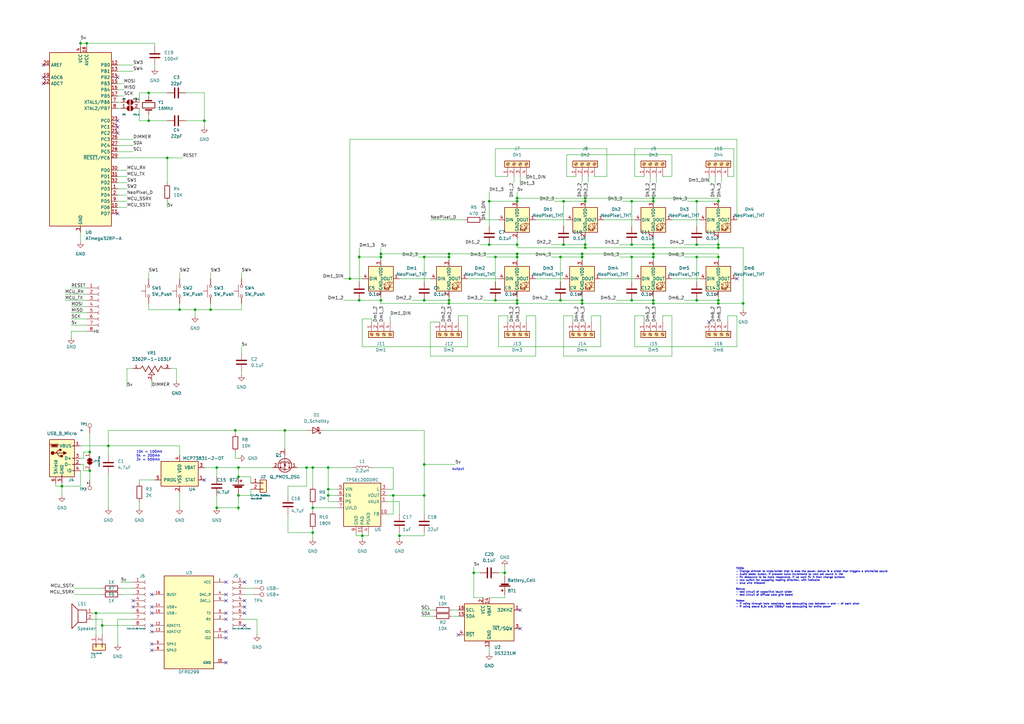
<source format=kicad_sch>
(kicad_sch (version 20250114) (generator "eeschema") (generator_version "9.0")
  (paper "A3")
  (title_block (title "JoeyFrank - Clock Circuit Template") (date "2022-12-23") (rev "5") (company "DCR"))
  (text "10k = 100mA\n5k = 200mA\n2k = 500mA" (at 55.88 189.23 0) (effects (font (size 1 1)) (justify left bottom)))
  (text "TODO: \n- Change dimmer to knob/slider that is also the power, bonus is a slider that triggers a pitchslide sound\n- Audio tester button, if pressed twice increments to next set sound in list\n- fix debounce to be more responsive, if we cant fix it then change buttons\n- new switch for swapping reading direction, with indicator \n- blue wire mistake!\n\nBonus: \n- test circuit of capacitive touch slider\n- test circuit of diffuse colo grid board\n\nNotes:\n- if using through hole neopixels, add decoupling cap between + and - of each pixel\n- if using above 6.3v add 1000uF cap decoupling for entire power" (at 301.752 249.428 0) (effects (font (size 0.75 0.75)) (justify left bottom)))
  (text "output" (at 185.42 193.04 0) (effects (font (size 1 1)) (justify left bottom)))
  (junction (at 285.75 105.41))
  (junction (at 33.02 17.78))
  (junction (at 128.27 218.44))
  (junction (at 304.8 124.46))
  (junction (at 184.15 105.41))
  (junction (at 259.08 82.55))
  (junction (at 184.15 124.46))
  (junction (at 39.37 251.46))
  (junction (at 41.91 256.54))
  (junction (at 134.62 191.77))
  (junction (at 285.75 123.19))
  (junction (at 156.21 104.14))
  (junction (at 147.32 105.41))
  (junction (at 231.14 100.33))
  (junction (at 156.21 123.19))
  (junction (at 88.9 191.77))
  (junction (at 97.79 208.28))
  (junction (at 25.4 199.39))
  (junction (at 267.97 82.55))
  (junction (at 267.97 123.19))
  (junction (at 240.03 100.33))
  (junction (at 147.32 123.19))
  (junction (at 36.83 193.04))
  (junction (at 212.09 81.28))
  (junction (at 194.31 234.95))
  (junction (at 229.87 123.19))
  (junction (at 238.76 105.41))
  (junction (at 173.99 123.19))
  (junction (at 86.36 127))
  (junction (at 128.27 191.77))
  (junction (at 212.09 82.55))
  (junction (at 267.97 104.14))
  (junction (at 212.09 124.46))
  (junction (at 207.01 234.95))
  (junction (at 88.9 208.28))
  (junction (at 134.62 203.2))
  (junction (at 73.66 127))
  (junction (at 97.79 191.77))
  (junction (at 125.73 191.77))
  (junction (at 240.03 81.28))
  (junction (at 200.66 82.55))
  (junction (at 68.58 64.77))
  (junction (at 128.27 208.28))
  (junction (at 240.03 82.55))
  (junction (at 148.59 219.71))
  (junction (at 294.64 101.6))
  (junction (at 36.83 185.42))
  (junction (at 259.08 100.33))
  (junction (at 83.82 49.53))
  (junction (at 238.76 124.46))
  (junction (at 294.64 124.46))
  (junction (at 97.79 203.2))
  (junction (at 212.09 105.41))
  (junction (at 173.99 190.5))
  (junction (at 238.76 104.14))
  (junction (at 184.15 104.14))
  (junction (at 97.79 195.58))
  (junction (at 134.62 200.66))
  (junction (at 116.84 176.53))
  (junction (at 294.64 82.55))
  (junction (at 294.64 105.41))
  (junction (at 259.08 105.41))
  (junction (at 212.09 104.14))
  (junction (at 200.66 100.33))
  (junction (at 96.52 176.53))
  (junction (at 44.45 182.88))
  (junction (at 203.2 105.41))
  (junction (at 161.29 203.2))
  (junction (at 173.99 105.41))
  (junction (at 60.96 49.53))
  (junction (at 163.83 219.71))
  (junction (at 267.97 81.28))
  (junction (at 173.99 203.2))
  (junction (at 267.97 101.6))
  (junction (at 229.87 105.41))
  (junction (at 238.76 123.19))
  (junction (at 259.08 123.19))
  (junction (at 143.51 114.3))
  (junction (at 203.2 123.19))
  (junction (at 285.75 100.33))
  (junction (at 285.75 82.55))
  (junction (at 80.01 127))
  (junction (at 212.09 123.19))
  (junction (at 35.56 17.78))
  (junction (at 267.97 124.46))
  (junction (at 231.14 82.55))
  (junction (at 294.64 100.33))
  (junction (at 267.97 100.33))
  (junction (at 184.15 123.19))
  (junction (at 212.09 100.33))
  (junction (at 60.96 38.1))
  (junction (at 267.97 105.41))
  (junction (at 240.03 101.6))
  (junction (at 156.21 105.41))
  (junction (at 294.64 123.19))
  (no_connect (at 54.61 248.92))
  (no_connect (at 187.96 260.35))
  (no_connect (at 62.23 264.16))
  (no_connect (at 62.23 266.7))
  (no_connect (at 54.61 246.38))
  (no_connect (at 92.71 246.38))
  (no_connect (at 92.71 261.62))
  (no_connect (at 48.26 49.53))
  (no_connect (at 17.78 31.75))
  (no_connect (at 302.26 114.3))
  (no_connect (at 48.26 87.63))
  (no_connect (at 62.23 251.46))
  (no_connect (at 62.23 256.54))
  (no_connect (at 48.26 52.07))
  (no_connect (at 62.23 248.92))
  (no_connect (at 48.26 54.61))
  (no_connect (at 62.23 259.08))
  (no_connect (at 100.33 246.38))
  (no_connect (at 100.33 238.76))
  (no_connect (at 92.71 271.78))
  (no_connect (at 213.36 250.19))
  (no_connect (at 83.82 196.85))
  (no_connect (at 17.78 34.29))
  (no_connect (at 100.33 248.92))
  (no_connect (at 92.71 238.76))
  (no_connect (at 62.23 243.84))
  (no_connect (at 213.36 257.81))
  (no_connect (at 100.33 256.54))
  (no_connect (at 290.83 132.08))
  (no_connect (at 92.71 251.46))
  (no_connect (at 92.71 254))
  (no_connect (at 48.26 31.75))
  (no_connect (at 100.33 251.46))
  (no_connect (at 17.78 26.67))
  (no_connect (at 92.71 259.08))
  (no_connect (at 92.71 243.84))
  (wire (pts (xy 254 105.41) (xy 259.08 105.41)))
  (wire (pts (xy 152.4 191.77) (xy 161.29 191.77)))
  (wire (pts (xy 275.59 63.5) (xy 275.59 72.39)))
  (wire (pts (xy 128.27 207.01) (xy 128.27 208.28)))
  (wire (pts (xy 105.41 254) (xy 105.41 260.35)))
  (wire (pts (xy 60.96 49.53) (xy 60.96 46.99)))
  (wire (pts (xy 269.24 72.39) (xy 269.24 74.93)))
  (wire (pts (xy 161.29 203.2) (xy 173.99 203.2)))
  (wire (pts (xy 302.26 57.15) (xy 143.51 57.15)))
  (wire (pts (xy 260.35 142.24) (xy 302.26 142.24)))
  (wire (pts (xy 191.77 114.3) (xy 204.47 114.3)))
  (wire (pts (xy 212.09 97.79) (xy 212.09 100.33)))
  (wire (pts (xy 48.26 85.09) (xy 52.07 85.09)))
  (wire (pts (xy 148.59 219.71) (xy 148.59 220.98)))
  (wire (pts (xy 247.65 90.17) (xy 260.35 90.17)))
  (wire (pts (xy 48.26 77.47) (xy 52.07 77.47)))
  (wire (pts (xy 118.11 203.2) (xy 118.11 199.39)))
  (wire (pts (xy 198.12 90.17) (xy 204.47 90.17)))
  (wire (pts (xy 73.66 127) (xy 80.01 127)))
  (wire (pts (xy 294.64 100.33) (xy 294.64 101.6)))
  (wire (pts (xy 173.99 123.19) (xy 184.15 123.19)))
  (wire (pts (xy 48.26 80.01) (xy 52.07 80.01)))
  (wire (pts (xy 271.78 129.54) (xy 271.78 132.08)))
  (wire (pts (xy 73.66 201.93) (xy 73.66 208.28)))
  (wire (pts (xy 34.29 187.96) (xy 34.29 185.42)))
  (wire (pts (xy 138.43 205.74) (xy 134.62 205.74)))
  (wire (pts (xy 234.95 129.54) (xy 231.14 129.54)))
  (wire (pts (xy 267.97 97.79) (xy 267.97 100.33)))
  (wire (pts (xy 184.15 104.14) (xy 212.09 104.14)))
  (wire (pts (xy 29.21 130.81) (xy 35.56 130.81)))
  (wire (pts (xy 238.76 124.46) (xy 267.97 124.46)))
  (wire (pts (xy 54.61 238.76) (xy 49.53 238.76)))
  (wire (pts (xy 293.37 72.39) (xy 293.37 74.93)))
  (wire (pts (xy 229.87 105.41) (xy 238.76 105.41)))
  (wire (pts (xy 204.47 234.95) (xy 207.01 234.95)))
  (wire (pts (xy 176.53 146.05) (xy 219.71 146.05)))
  (wire (pts (xy 97.79 191.77) (xy 111.76 191.77)))
  (wire (pts (xy 60.96 111.76) (xy 60.96 114.3)))
  (wire (pts (xy 147.32 101.6) (xy 147.32 105.41)))
  (wire (pts (xy 285.75 115.57) (xy 285.75 105.41)))
  (wire (pts (xy 231.14 100.33) (xy 240.03 100.33)))
  (wire (pts (xy 173.99 218.44) (xy 173.99 219.71)))
  (wire (pts (xy 267.97 121.92) (xy 267.97 123.19)))
  (wire (pts (xy 151.13 218.44) (xy 151.13 219.71)))
  (wire (pts (xy 259.08 92.71) (xy 259.08 82.55)))
  (wire (pts (xy 215.9 72.39) (xy 215.9 73.66)))
  (wire (pts (xy 285.75 100.33) (xy 294.64 100.33)))
  (wire (pts (xy 25.4 198.12) (xy 25.4 199.39)))
  (wire (pts (xy 246.38 142.24) (xy 246.38 129.54)))
  (wire (pts (xy 63.5 26.67) (xy 63.5 27.94)))
  (wire (pts (xy 140.97 123.19) (xy 147.32 123.19)))
  (wire (pts (xy 99.06 142.24) (xy 99.06 144.78)))
  (wire (pts (xy 259.08 100.33) (xy 267.97 100.33)))
  (wire (pts (xy 147.32 105.41) (xy 156.21 105.41)))
  (wire (pts (xy 48.26 62.23) (xy 54.61 62.23)))
  (wire (pts (xy 33.02 187.96) (xy 34.29 187.96)))
  (wire (pts (xy 148.59 142.24) (xy 191.77 142.24)))
  (wire (pts (xy 173.99 105.41) (xy 184.15 105.41)))
  (wire (pts (xy 173.99 115.57) (xy 173.99 105.41)))
  (wire (pts (xy 212.09 78.74) (xy 212.09 81.28)))
  (wire (pts (xy 275.59 114.3) (xy 287.02 114.3)))
  (wire (pts (xy 212.09 81.28) (xy 212.09 82.55)))
  (wire (pts (xy 200.66 92.71) (xy 200.66 82.55)))
  (wire (pts (xy 41.91 256.54) (xy 41.91 260.35)))
  (wire (pts (xy 73.66 182.88) (xy 73.66 186.69)))
  (wire (pts (xy 215.9 129.54) (xy 215.9 132.08)))
  (wire (pts (xy 57.15 49.53) (xy 60.96 49.53)))
  (wire (pts (xy 73.66 111.76) (xy 73.66 114.3)))
  (wire (pts (xy 29.21 125.73) (xy 35.56 125.73)))
  (wire (pts (xy 152.4 130.81) (xy 148.59 130.81)))
  (wire (pts (xy 161.29 200.66) (xy 158.75 200.66)))
  (wire (pts (xy 240.03 97.79) (xy 240.03 100.33)))
  (wire (pts (xy 302.26 129.54) (xy 298.45 129.54)))
  (wire (pts (xy 25.4 199.39) (xy 25.4 203.2)))
  (wire (pts (xy 152.4 132.08) (xy 152.4 130.81)))
  (wire (pts (xy 163.83 114.3) (xy 176.53 114.3)))
  (wire (pts (xy 207.01 232.41) (xy 207.01 234.95)))
  (wire (pts (xy 275.59 90.17) (xy 287.02 90.17)))
  (wire (pts (xy 33.02 17.78) (xy 35.56 17.78)))
  (wire (pts (xy 260.35 60.96) (xy 300.99 60.96)))
  (wire (pts (xy 203.2 123.19) (xy 212.09 123.19)))
  (wire (pts (xy 219.71 146.05) (xy 219.71 129.54)))
  (wire (pts (xy 161.29 210.82) (xy 161.29 203.2)))
  (wire (pts (xy 252.73 123.19) (xy 259.08 123.19)))
  (wire (pts (xy 234.95 132.08) (xy 234.95 129.54)))
  (wire (pts (xy 203.2 72.39) (xy 203.2 60.96)))
  (wire (pts (xy 294.64 106.68) (xy 294.64 105.41)))
  (wire (pts (xy 52.07 151.13) (xy 52.07 158.75)))
  (wire (pts (xy 255.27 82.55) (xy 259.08 82.55)))
  (wire (pts (xy 156.21 104.14) (xy 156.21 105.41)))
  (wire (pts (xy 134.62 191.77) (xy 144.78 191.77)))
  (wire (pts (xy 238.76 106.68) (xy 238.76 105.41)))
  (wire (pts (xy 83.82 191.77) (xy 88.9 191.77)))
  (wire (pts (xy 33.02 193.04) (xy 33.02 199.39)))
  (wire (pts (xy 204.47 142.24) (xy 246.38 142.24)))
  (wire (pts (xy 160.02 129.54) (xy 160.02 132.08)))
  (wire (pts (xy 240.03 82.55) (xy 240.03 81.28)))
  (wire (pts (xy 294.64 124.46) (xy 304.8 124.46)))
  (wire (pts (xy 60.96 124.46) (xy 60.96 127)))
  (wire (pts (xy 54.61 241.3) (xy 49.53 241.3)))
  (wire (pts (xy 238.76 72.39) (xy 238.76 74.93)))
  (wire (pts (xy 242.57 129.54) (xy 242.57 132.08)))
  (wire (pts (xy 280.67 105.41) (xy 285.75 105.41)))
  (wire (pts (xy 99.06 124.46) (xy 99.06 127)))
  (wire (pts (xy 102.87 200.66) (xy 102.87 203.2)))
  (wire (pts (xy 231.14 129.54) (xy 231.14 146.05)))
  (wire (pts (xy 194.31 234.95) (xy 196.85 234.95)))
  (wire (pts (xy 294.64 123.19) (xy 294.64 124.46)))
  (wire (pts (xy 232.41 63.5) (xy 275.59 63.5)))
  (wire (pts (xy 267.97 101.6) (xy 294.64 101.6)))
  (wire (pts (xy 116.84 176.53) (xy 125.73 176.53)))
  (wire (pts (xy 33.02 16.51) (xy 33.02 17.78)))
  (wire (pts (xy 231.14 146.05) (xy 275.59 146.05)))
  (wire (pts (xy 246.38 129.54) (xy 242.57 129.54)))
  (wire (pts (xy 300.99 72.39) (xy 298.45 72.39)))
  (wire (pts (xy 198.12 123.19) (xy 203.2 123.19)))
  (wire (pts (xy 48.26 69.85) (xy 52.07 69.85)))
  (wire (pts (xy 30.48 241.3) (xy 41.91 241.3)))
  (wire (pts (xy 173.99 190.5) (xy 173.99 203.2)))
  (wire (pts (xy 54.61 254) (xy 48.26 254)))
  (wire (pts (xy 238.76 105.41) (xy 238.76 104.14)))
  (wire (pts (xy 36.83 193.04) (xy 34.29 193.04)))
  (wire (pts (xy 48.26 74.93) (xy 52.07 74.93)))
  (wire (pts (xy 88.9 203.2) (xy 88.9 208.28)))
  (wire (pts (xy 128.27 208.28) (xy 138.43 208.28)))
  (wire (pts (xy 80.01 127) (xy 86.36 127)))
  (wire (pts (xy 219.71 114.3) (xy 231.14 114.3)))
  (wire (pts (xy 156.21 124.46) (xy 184.15 124.46)))
  (wire (pts (xy 48.26 72.39) (xy 52.07 72.39)))
  (wire (pts (xy 200.66 100.33) (xy 212.09 100.33)))
  (wire (pts (xy 238.76 104.14) (xy 267.97 104.14)))
  (wire (pts (xy 227.33 82.55) (xy 231.14 82.55)))
  (wire (pts (xy 121.92 191.77) (xy 125.73 191.77)))
  (wire (pts (xy 96.52 187.96) (xy 96.52 185.42)))
  (wire (pts (xy 33.02 182.88) (xy 44.45 182.88)))
  (wire (pts (xy 48.26 41.91) (xy 49.53 41.91)))
  (wire (pts (xy 38.1 254) (xy 41.91 254)))
  (wire (pts (xy 97.79 208.28) (xy 88.9 208.28)))
  (wire (pts (xy 96.52 176.53) (xy 44.45 176.53)))
  (wire (pts (xy 33.02 95.25) (xy 33.02 99.06)))
  (wire (pts (xy 173.99 190.5) (xy 186.69 190.5)))
  (wire (pts (xy 184.15 106.68) (xy 184.15 105.41)))
  (wire (pts (xy 280.67 100.33) (xy 285.75 100.33)))
  (wire (pts (xy 184.15 105.41) (xy 184.15 104.14)))
  (wire (pts (xy 39.37 251.46) (xy 39.37 260.35)))
  (wire (pts (xy 148.59 130.81) (xy 148.59 142.24)))
  (wire (pts (xy 97.79 191.77) (xy 88.9 191.77)))
  (wire (pts (xy 267.97 124.46) (xy 294.64 124.46)))
  (wire (pts (xy 41.91 256.54) (xy 54.61 256.54)))
  (wire (pts (xy 39.37 251.46) (xy 54.61 251.46)))
  (wire (pts (xy 180.34 132.08) (xy 176.53 132.08)))
  (wire (pts (xy 41.91 254) (xy 41.91 256.54)))
  (wire (pts (xy 300.99 60.96) (xy 300.99 72.39)))
  (wire (pts (xy 191.77 129.54) (xy 187.96 129.54)))
  (wire (pts (xy 171.45 105.41) (xy 173.99 105.41)))
  (wire (pts (xy 271.78 72.39) (xy 275.59 72.39)))
  (wire (pts (xy 212.09 100.33) (xy 212.09 101.6)))
  (wire (pts (xy 54.61 243.84) (xy 49.53 243.84)))
  (wire (pts (xy 128.27 218.44) (xy 128.27 220.98)))
  (wire (pts (xy 176.53 132.08) (xy 176.53 146.05)))
  (wire (pts (xy 143.51 114.3) (xy 148.59 114.3)))
  (wire (pts (xy 210.82 72.39) (xy 210.82 74.93)))
  (wire (pts (xy 60.96 38.1) (xy 68.58 38.1)))
  (wire (pts (xy 83.82 38.1) (xy 83.82 49.53)))
  (wire (pts (xy 134.62 205.74) (xy 134.62 203.2)))
  (wire (pts (xy 156.21 121.92) (xy 156.21 123.19)))
  (wire (pts (xy 229.87 115.57) (xy 229.87 105.41)))
  (wire (pts (xy 128.27 191.77) (xy 128.27 199.39)))
  (wire (pts (xy 267.97 105.41) (xy 267.97 104.14)))
  (wire (pts (xy 97.79 191.77) (xy 97.79 195.58)))
  (wire (pts (xy 294.64 105.41) (xy 294.64 104.14)))
  (wire (pts (xy 128.27 217.17) (xy 128.27 218.44)))
  (wire (pts (xy 290.83 72.39) (xy 290.83 74.93)))
  (wire (pts (xy 57.15 196.85) (xy 57.15 198.12)))
  (wire (pts (xy 213.36 72.39) (xy 213.36 76.2)))
  (wire (pts (xy 298.45 129.54) (xy 298.45 132.08)))
  (wire (pts (xy 99.06 152.4) (xy 99.06 153.67)))
  (wire (pts (xy 212.09 121.92) (xy 212.09 123.19)))
  (wire (pts (xy 34.29 190.5) (xy 33.02 190.5)))
  (wire (pts (xy 96.52 176.53) (xy 96.52 177.8)))
  (wire (pts (xy 35.56 17.78) (xy 63.5 17.78)))
  (wire (pts (xy 73.66 124.46) (xy 73.66 127)))
  (wire (pts (xy 275.59 146.05) (xy 275.59 129.54)))
  (wire (pts (xy 203.2 105.41) (xy 212.09 105.41)))
  (wire (pts (xy 172.72 250.19) (xy 177.8 250.19)))
  (wire (pts (xy 264.16 129.54) (xy 260.35 129.54)))
  (wire (pts (xy 72.39 151.13) (xy 72.39 156.21)))
  (wire (pts (xy 224.79 123.19) (xy 229.87 123.19)))
  (wire (pts (xy 143.51 57.15) (xy 143.51 114.3)))
  (wire (pts (xy 212.09 123.19) (xy 212.09 124.46)))
  (wire (pts (xy 185.42 252.73) (xy 187.96 252.73)))
  (wire (pts (xy 48.26 44.45) (xy 49.53 44.45)))
  (wire (pts (xy 168.91 123.19) (xy 173.99 123.19)))
  (wire (pts (xy 48.26 36.83) (xy 50.8 36.83)))
  (wire (pts (xy 163.83 219.71) (xy 163.83 220.98)))
  (wire (pts (xy 259.08 105.41) (xy 267.97 105.41)))
  (wire (pts (xy 134.62 203.2) (xy 138.43 203.2)))
  (wire (pts (xy 102.87 203.2) (xy 97.79 203.2)))
  (wire (pts (xy 259.08 82.55) (xy 267.97 82.55)))
  (wire (pts (xy 99.06 111.76) (xy 99.06 114.3)))
  (wire (pts (xy 267.97 123.19) (xy 267.97 124.46)))
  (wire (pts (xy 248.92 60.96) (xy 248.92 72.39)))
  (wire (pts (xy 212.09 105.41) (xy 212.09 106.68)))
  (wire (pts (xy 200.66 82.55) (xy 212.09 82.55)))
  (wire (pts (xy 280.67 123.19) (xy 285.75 123.19)))
  (wire (pts (xy 44.45 182.88) (xy 44.45 186.69)))
  (wire (pts (xy 83.82 49.53) (xy 83.82 52.07)))
  (wire (pts (xy 86.36 111.76) (xy 86.36 114.3)))
  (wire (pts (xy 35.56 19.05) (xy 35.56 17.78)))
  (wire (pts (xy 199.39 105.41) (xy 203.2 105.41)))
  (wire (pts (xy 60.96 39.37) (xy 60.96 38.1)))
  (wire (pts (xy 116.84 184.15) (xy 116.84 176.53)))
  (wire (pts (xy 259.08 115.57) (xy 259.08 105.41)))
  (wire (pts (xy 184.15 123.19) (xy 184.15 124.46)))
  (wire (pts (xy 173.99 203.2) (xy 173.99 210.82)))
  (wire (pts (xy 33.02 17.78) (xy 33.02 19.05)))
  (wire (pts (xy 194.31 234.95) (xy 194.31 245.11)))
  (wire (pts (xy 275.59 129.54) (xy 271.78 129.54)))
  (wire (pts (xy 57.15 41.91) (xy 57.15 38.1)))
  (wire (pts (xy 184.15 121.92) (xy 184.15 123.19)))
  (wire (pts (xy 240.03 101.6) (xy 267.97 101.6)))
  (wire (pts (xy 285.75 92.71) (xy 285.75 82.55)))
  (wire (pts (xy 208.28 72.39) (xy 203.2 72.39)))
  (wire (pts (xy 128.27 191.77) (xy 134.62 191.77)))
  (wire (pts (xy 281.94 82.55) (xy 285.75 82.55)))
  (wire (pts (xy 302.26 90.17) (xy 302.26 57.15)))
  (wire (pts (xy 48.26 82.55) (xy 52.07 82.55)))
  (wire (pts (xy 212.09 104.14) (xy 238.76 104.14)))
  (wire (pts (xy 267.97 81.28) (xy 240.03 81.28)))
  (wire (pts (xy 208.28 132.08) (xy 208.28 129.54)))
  (wire (pts (xy 194.31 232.41) (xy 194.31 234.95)))
  (wire (pts (xy 34.29 193.04) (xy 34.29 190.5)))
  (wire (pts (xy 185.42 250.19) (xy 187.96 250.19)))
  (wire (pts (xy 267.97 100.33) (xy 267.97 101.6)))
  (wire (pts (xy 232.41 72.39) (xy 232.41 63.5)))
  (wire (pts (xy 176.53 90.17) (xy 190.5 90.17)))
  (wire (pts (xy 60.96 49.53) (xy 68.58 49.53)))
  (wire (pts (xy 80.01 127) (xy 80.01 129.54)))
  (wire (pts (xy 44.45 194.31) (xy 44.45 208.28)))
  (wire (pts (xy 240.03 81.28) (xy 212.09 81.28)))
  (wire (pts (xy 243.84 72.39) (xy 248.92 72.39)))
  (wire (pts (xy 163.83 218.44) (xy 163.83 219.71)))
  (wire (pts (xy 44.45 182.88) (xy 73.66 182.88)))
  (wire (pts (xy 156.21 101.6) (xy 156.21 104.14)))
  (wire (pts (xy 29.21 135.89) (xy 29.21 138.43)))
  (wire (pts (xy 125.73 199.39) (xy 125.73 191.77)))
  (wire (pts (xy 226.06 105.41) (xy 229.87 105.41)))
  (wire (pts (xy 294.64 81.28) (xy 267.97 81.28)))
  (wire (pts (xy 240.03 100.33) (xy 240.03 101.6)))
  (wire (pts (xy 158.75 203.2) (xy 161.29 203.2)))
  (wire (pts (xy 134.62 203.2) (xy 134.62 200.66)))
  (wire (pts (xy 241.3 72.39) (xy 241.3 74.93)))
  (wire (pts (xy 184.15 104.14) (xy 156.21 104.14)))
  (wire (pts (xy 36.83 177.8) (xy 36.83 185.42)))
  (wire (pts (xy 184.15 124.46) (xy 212.09 124.46)))
  (wire (pts (xy 285.75 82.55) (xy 294.64 82.55)))
  (wire (pts (xy 238.76 121.92) (xy 238.76 123.19)))
  (wire (pts (xy 212.09 104.14) (xy 212.09 105.41)))
  (wire (pts (xy 36.83 193.04) (xy 36.83 196.85)))
  (wire (pts (xy 48.26 254) (xy 48.26 264.16)))
  (wire (pts (xy 294.64 101.6) (xy 304.8 101.6)))
  (wire (pts (xy 57.15 205.74) (xy 57.15 208.28)))
  (wire (pts (xy 68.58 82.55) (xy 68.58 85.09)))
  (wire (pts (xy 97.79 208.28) (xy 97.79 209.55)))
  (wire (pts (xy 86.36 127) (xy 99.06 127)))
  (wire (pts (xy 69.85 151.13) (xy 72.39 151.13)))
  (wire (pts (xy 44.45 176.53) (xy 44.45 182.88)))
  (wire (pts (xy 254 100.33) (xy 259.08 100.33)))
  (wire (pts (xy 48.26 64.77) (xy 68.58 64.77)))
  (wire (pts (xy 86.36 127) (xy 86.36 124.46)))
  (wire (pts (xy 260.35 72.39) (xy 260.35 60.96)))
  (wire (pts (xy 304.8 101.6) (xy 304.8 124.46)))
  (wire (pts (xy 187.96 129.54) (xy 187.96 132.08)))
  (wire (pts (xy 294.64 82.55) (xy 294.64 81.28)))
  (wire (pts (xy 200.66 265.43) (xy 200.66 267.97)))
  (wire (pts (xy 147.32 115.57) (xy 147.32 105.41)))
  (wire (pts (xy 29.21 128.27) (xy 35.56 128.27)))
  (wire (pts (xy 158.75 210.82) (xy 161.29 210.82)))
  (wire (pts (xy 163.83 210.82) (xy 163.83 205.74)))
  (wire (pts (xy 38.1 251.46) (xy 39.37 251.46)))
  (wire (pts (xy 146.05 219.71) (xy 146.05 218.44)))
  (wire (pts (xy 226.06 100.33) (xy 231.14 100.33)))
  (wire (pts (xy 231.14 92.71) (xy 231.14 82.55)))
  (wire (pts (xy 57.15 38.1) (xy 60.96 38.1)))
  (wire (pts (xy 295.91 72.39) (xy 295.91 74.93)))
  (wire (pts (xy 76.2 49.53) (xy 83.82 49.53)))
  (wire (pts (xy 102.87 198.12) (xy 102.87 195.58)))
  (wire (pts (xy 219.71 90.17) (xy 232.41 90.17)))
  (wire (pts (xy 48.26 29.21) (xy 54.61 29.21)))
  (wire (pts (xy 163.83 205.74) (xy 158.75 205.74)))
  (wire (pts (xy 260.35 129.54) (xy 260.35 142.24)))
  (wire (pts (xy 35.56 135.89) (xy 29.21 135.89)))
  (wire (pts (xy 118.11 218.44) (xy 128.27 218.44)))
  (wire (pts (xy 229.87 123.19) (xy 238.76 123.19)))
  (wire (pts (xy 294.64 97.79) (xy 294.64 100.33)))
  (wire (pts (xy 118.11 199.39) (xy 125.73 199.39)))
  (wire (pts (xy 267.97 82.55) (xy 267.97 81.28)))
  (wire (pts (xy 48.26 59.69) (xy 54.61 59.69)))
  (wire (pts (xy 22.86 199.39) (xy 25.4 199.39)))
  (wire (pts (xy 231.14 82.55) (xy 240.03 82.55)))
  (wire (pts (xy 133.35 176.53) (xy 173.99 176.53)))
  (wire (pts (xy 26.67 120.65) (xy 35.56 120.65)))
  (wire (pts (xy 172.72 252.73) (xy 177.8 252.73)))
  (wire (pts (xy 285.75 123.19) (xy 294.64 123.19)))
  (wire (pts (xy 29.21 118.11) (xy 35.56 118.11)))
  (wire (pts (xy 30.48 243.84) (xy 41.91 243.84)))
  (wire (pts (xy 48.26 57.15) (xy 54.61 57.15)))
  (wire (pts (xy 97.79 187.96) (xy 96.52 187.96)))
  (wire (pts (xy 294.64 104.14) (xy 267.97 104.14)))
  (wire (pts (xy 238.76 123.19) (xy 238.76 124.46)))
  (wire (pts (xy 100.33 243.84) (xy 104.14 243.84)))
  (wire (pts (xy 212.09 101.6) (xy 240.03 101.6)))
  (wire (pts (xy 219.71 129.54) (xy 215.9 129.54)))
  (wire (pts (xy 118.11 210.82) (xy 118.11 218.44)))
  (wire (pts (xy 156.21 105.41) (xy 156.21 106.68)))
  (wire (pts (xy 97.79 203.2) (xy 97.79 208.28)))
  (wire (pts (xy 125.73 191.77) (xy 128.27 191.77)))
  (wire (pts (xy 294.64 121.92) (xy 294.64 123.19)))
  (wire (pts (xy 203.2 60.96) (xy 248.92 60.96)))
  (wire (pts (xy 134.62 200.66) (xy 134.62 191.77)))
  (wire (pts (xy 33.02 199.39) (xy 25.4 199.39)))
  (wire (pts (xy 134.62 200.66) (xy 138.43 200.66)))
  (wire (pts (xy 147.32 123.19) (xy 156.21 123.19)))
  (wire (pts (xy 62.23 156.21) (xy 62.23 158.75)))
  (wire (pts (xy 48.26 26.67) (xy 54.61 26.67)))
  (wire (pts (xy 207.01 243.84) (xy 207.01 245.11)))
  (wire (pts (xy 161.29 191.77) (xy 161.29 200.66)))
  (wire (pts (xy 26.67 123.19) (xy 35.56 123.19)))
  (wire (pts (xy 236.22 72.39) (xy 232.41 72.39)))
  (wire (pts (xy 102.87 195.58) (xy 97.79 195.58)))
  (wire (pts (xy 302.26 142.24) (xy 302.26 129.54)))
  (wire (pts (xy 259.08 123.19) (xy 267.97 123.19)))
  (wire (pts (xy 246.38 114.3) (xy 260.35 114.3)))
  (wire (pts (xy 63.5 196.85) (xy 57.15 196.85)))
  (wire (pts (xy 264.16 72.39) (xy 260.35 72.39)))
  (wire (pts (xy 200.66 78.74) (xy 200.66 82.55)))
  (wire (pts (xy 140.97 114.3) (xy 143.51 114.3)))
  (wire (pts (xy 266.7 72.39) (xy 266.7 74.93)))
  (wire (pts (xy 100.33 254) (xy 105.41 254)))
  (wire (pts (xy 285.75 105.41) (xy 294.64 105.41)))
  (wire (pts (xy 173.99 219.71) (xy 163.83 219.71)))
  (wire (pts (xy 196.85 100.33) (xy 200.66 100.33)))
  (wire (pts (xy 203.2 115.57) (xy 203.2 105.41)))
  (wire (pts (xy 204.47 129.54) (xy 204.47 142.24)))
  (wire (pts (xy 57.15 44.45) (xy 57.15 49.53)))
  (wire (pts (xy 148.59 219.71) (xy 146.05 219.71)))
  (wire (pts (xy 207.01 234.95) (xy 207.01 236.22)))
  (wire (pts (xy 88.9 191.77) (xy 88.9 195.58)))
  (wire (pts (xy 304.8 124.46) (xy 304.8 127)))
  (wire (pts (xy 68.58 64.77) (xy 68.58 74.93)))
  (wire (pts (xy 151.13 219.71) (xy 148.59 219.71)))
  (wire (pts (xy 29.21 133.35) (xy 35.56 133.35)))
  (wire (pts (xy 48.26 34.29) (xy 50.8 34.29)))
  (wire (pts (xy 156.21 123.19) (xy 156.21 124.46)))
  (wire (pts (xy 148.59 218.44) (xy 148.59 219.71)))
  (wire (pts (xy 54.61 151.13) (xy 52.07 151.13)))
  (wire (pts (xy 208.28 129.54) (xy 204.47 129.54)))
  (wire (pts (xy 60.96 127) (xy 73.66 127)))
  (wire (pts (xy 173.99 176.53) (xy 173.99 190.5)))
  (wire (pts (xy 207.01 245.11) (xy 200.66 245.11)))
  (wire (pts (xy 264.16 132.08) (xy 264.16 129.54)))
  (wire (pts (xy 191.77 142.24) (xy 191.77 129.54)))
  (wire (pts (xy 63.5 17.78) (xy 63.5 19.05)))
  (wire (pts (xy 198.12 245.11) (xy 194.31 245.11)))
  (wire (pts (xy 267.97 106.68) (xy 267.97 105.41)))
  (wire (pts (xy 212.09 124.46) (xy 238.76 124.46)))
  (wire (pts (xy 116.84 176.53) (xy 96.52 176.53)))
  (wire (pts (xy 100.33 241.3) (xy 104.14 241.3)))
  (wire (pts (xy 68.58 64.77) (xy 74.93 64.77)))
  (wire (pts (xy 76.2 38.1) (xy 83.82 38.1)))
  (wire (pts (xy 22.86 198.12) (xy 22.86 199.39)))
  (wire (pts (xy 128.27 208.28) (xy 128.27 209.55)))
  (wire (pts (xy 34.29 185.42) (xy 36.83 185.42)))
  (wire (pts (xy 48.26 39.37) (xy 50.8 39.37)))
  (label "Dm4_2" (at 237.49 132.08 90))
  (label "MCU_SSRX" (at 30.48 243.84 180))
  (label "Dm5_3" (at 254 105.41 180))
  (label "Dm1_DIN" (at 160.02 129.54 0))
  (label "SW4" (at 54.61 29.21 0))
  (label "MISO" (at 29.21 128.27 0))
  (label "SDA" (at 172.72 252.73 0))
  (label "Dm4_3" (at 226.06 105.41 180))
  (label "RESET" (at 29.21 118.11 0))
  (label "MISO" (at 50.8 36.83 0))
  (label "Dh3_3" (at 255.27 82.55 180))
  (label "Dm6_3" (at 280.67 105.41 180))
  (label "Dm3_2" (at 210.82 132.08 90))
  (label "Dh1_3" (at 213.36 76.2 0))
  (label "Dh4_3" (at 295.91 74.93 270))
  (label "Dm1_DIN" (at 290.83 74.93 180))
  (label "Dm4_3" (at 240.03 132.08 90))
  (label "Dh2_2" (at 238.76 74.93 270))
  (label "Dm4_2" (at 224.79 123.19 180))
  (label "MCU_SSTX" (at 30.48 241.3 180))
  (label "SW2" (at 52.07 77.47 0))
  (label "SCK" (at 29.21 130.81 0))
  (label "SW4" (at 99.06 111.76 0))
  (label "SW3" (at 54.61 26.67 0))
  (label "SCL" (at 54.61 62.23 0))
  (label "MCU_SSTX" (at 52.07 85.09 0))
  (label "5v" (at 33.02 16.51 0))
  (label "MOSI" (at 29.21 125.73 0))
  (label "Dh1_2" (at 196.85 100.33 180))
  (label "5v" (at 194.31 232.41 0))
  (label "SW3" (at 86.36 111.76 0))
  (label "MOSI" (at 50.8 34.29 0))
  (label "5v" (at 156.21 101.6 0))
  (label "Dh3_3" (at 269.24 74.93 270))
  (label "Dh2_3" (at 227.33 82.55 180))
  (label "5v" (at 52.07 158.75 0))
  (label "5v" (at 212.09 78.74 0))
  (label "Dm2_3" (at 171.45 105.41 180))
  (label "Dm1_3" (at 157.48 132.08 90))
  (label "Dm1_DIN" (at 140.97 114.3 180))
  (label "DIMMER" (at 54.61 57.15 0))
  (label "Dh4_3" (at 281.94 82.55 180))
  (label "Dh1_2" (at 210.82 74.93 270))
  (label "Dm3_3" (at 199.39 105.41 180))
  (label "MCU_TX" (at 52.07 72.39 0))
  (label "Dm6_2" (at 293.37 132.08 90))
  (label "Dm2_2" (at 182.88 132.08 90))
  (label "Dm2_2" (at 168.91 123.19 180))
  (label "RESET" (at 74.93 64.77 0))
  (label "MCU_RX" (at 52.07 69.85 0))
  (label "Dm3_3" (at 213.36 132.08 90))
  (label "Dh1_DIN" (at 199.39 90.17 90))
  (label "Dm5_2" (at 266.7 132.08 90))
  (label "NeoPixel_D" (at 176.53 90.17 0))
  (label "NeoPixel_D" (at 52.07 80.01 0))
  (label "MCU_TX" (at 26.67 123.19 0))
  (label "Dm2_3" (at 185.42 132.08 90))
  (label "5v" (at 99.06 142.24 0))
  (label "Dh2_2" (at 226.06 100.33 180))
  (label "SCL" (at 172.72 250.19 0))
  (label "Dh2_3" (at 241.3 74.93 270))
  (label "SW2" (at 73.66 111.76 0))
  (label "MCU_SSRX" (at 52.07 82.55 0))
  (label "Dm5_3" (at 269.24 132.08 90))
  (label "Dh1_3" (at 200.66 78.74 0))
  (label "5v" (at 68.58 85.09 0))
  (label "Dh3_2" (at 254 100.33 180))
  (label "5v" (at 49.53 238.76 0))
  (label "Dm5_2" (at 252.73 123.19 180))
  (label "Dh4_2" (at 293.37 74.93 270))
  (label "SW1" (at 60.96 111.76 0))
  (label "Dh4_2" (at 280.67 100.33 180))
  (label "5v" (at 186.69 190.5 0))
  (label "SDA" (at 54.61 59.69 0))
  (label "MCU_RX" (at 26.67 120.65 0))
  (label "Dm1_2" (at 154.94 132.08 90))
  (label "Dh3_2" (at 266.7 74.93 270))
  (label "Dm1_3" (at 147.32 101.6 0))
  (label "SCK" (at 50.8 39.37 0))
  (label "Dm6_3" (at 295.91 132.08 90))
  (label "Dh1_DIN" (at 215.9 73.66 0))
  (label "Dm1_2" (at 140.97 123.19 180))
  (label "Dm3_2" (at 198.12 123.19 180))
  (label "DIMMER" (at 62.23 158.75 0))
  (label "Dm6_2" (at 280.67 123.19 180))
  (label "SW1" (at 52.07 74.93 0))
  (label "5v" (at 29.21 133.35 0))
  (symbol (lib_id "Switch:SW_Push") (at 86.36 119.38 90) (unit 1)
    (property "Reference" "SW3" (at 87.63 118.1099 90) (effects (justify right)))
    (property "Value" "SW_Push" (at 87.63 120.6499 90) (effects (justify right)))
    (property "Footprint" "Button_Switch_THT:SW_PUSH_6mm_H5mm" (effects (hide yes)))
  )
  (symbol (lib_id "Connector:Screw_Terminal_01x04") (at 237.49 137.16 90) (mirror x) (unit 1)
    (property "Reference" "J14" (at 238.76 140.97 90))
    (property "Value" "Dm4" (at 238.76 143.51 90))
    (property "Description" "Generic screw terminal, single row, 01x04, script generated (kicad-library-utils/schlib/autogen/connector/)" (effects (hide yes)))
  )
  (symbol (lib_id "Connector_Generic:Conn_01x02") (at 39.37 265.43 90) (mirror x) (unit 1)
    (property "Reference" "J3" (at 39.37 269.24 90) (effects (justify left)))
    (property "Value" "Conn_01x02" (at 41.91 267.97 90) (effects (font (size 0.5 0.5)) (justify left)))
    (property "Footprint" "TestPoint:TestPoint_2Pads_Pitch2.54mm_Drill0.8mm" (effects (hide yes)))
  )
  (symbol (lib_id "Connector:TestPoint") (at 36.83 177.8 0) (unit 1)
    (property "Reference" "TP1" (at 33.02 173.99 0) (effects (font (size 1 1)) (justify left)))
    (property "Value" "D+" (at 33.02 176.53 0) (effects (font (size 0.5 0.5)) (justify left)))
    (property "Footprint" "TestPoint:TestPoint_THTPad_2.5x2.5mm_Drill1.2mm" (effects (hide yes)))
  )
  (symbol (lib_id "Connector:Screw_Terminal_01x04") (at 266.7 67.31 90) (unit 1)
    (property "Reference" "J9" (at 267.97 60.96 90))
    (property "Value" "Dh3" (at 267.97 63.5 90))
    (property "Description" "Generic screw terminal, single row, 01x04, script generated (kicad-library-utils/schlib/autogen/connector/)" (effects (hide yes)))
  )
  (symbol (lib_id "Device:R") (at 128.27 203.2 0) (unit 1)
    (property "Reference" "R9" (at 130.81 201.9299 0) (effects (justify left)))
    (property "Value" "2M" (at 130.81 204.4699 0) (effects (justify left)))
    (property "Footprint" "Resistor_SMD:R_0805_2012Metric" (effects (hide yes)))
  )
  (symbol (lib_id "Connector:USB_B_Micro") (at 25.4 187.96 0) (unit 1)
    (property "Reference" "J4" (at 29.21 196.85 0))
    (property "Value" "USB_B_Micro" (at 25.4 177.8 0))
    (property "Footprint" "Connector_USB:USB_Micro-B_Molex-105017-0001" (effects (hide yes)))
  )
  (symbol (lib_id "Battery_Management:MCP73831-2-OT") (at 73.66 194.31 0) (unit 1)
    (property "Reference" "U4" (at 77.47 200.66 0) (effects (justify left)))
    (property "Value" "MCP73831-2-OT" (at 74.93 187.96 0) (effects (justify left)))
    (property "Footprint" "Package_TO_SOT_SMD:SOT-23-5" (effects (hide yes)))
    (property "Datasheet" "http://ww1.microchip.com/downloads/en/DeviceDoc/20001984g.pdf" (effects (hide yes)))
  )
  (symbol (lib_id "Device:C") (at 285.75 119.38 0) (unit 1)
    (property "Reference" "C14" (at 289.56 118.1099 0) (effects (justify left)))
    (property "Value" "0.1uF" (at 289.56 120.6499 0) (effects (justify left)))
    (property "Footprint" "Capacitor_SMD:C_0805_2012Metric" (effects (hide yes)))
  )
  (symbol (lib_id "3362P:3362P-1-103LF") (at 62.23 151.13 0) (unit 1)
    (property "Reference" "VR1" (at 62.23 144.78 0))
    (property "Value" "3362P-1-103LF" (at 62.23 147.32 0))
    (property "Footprint" "_Parts:TRIM_3362P-1-103LF" (effects (hide yes)))
    (property "MF" "Bourns" (effects (hide yes)))
    (property "DESCRIPTION" "10 kOhms 0.5W, 1/2W PC Pins Through Hole Trimmer Potentiometer Cermet 1.0 Turn Top Adjustment" (effects (hide yes)))
    (property "PACKAGE" "3362P-1 Bourns Inc." (effects (hide yes)))
    (property "PRICE" "None" (effects (hide yes)))
    (property "Package" "3362P-1 Bourns Inc." (effects (hide yes)))
    (property "Check_prices" "https://www.snapeda.com/parts/3362P-1-103LF/Bourns/view-part/?ref=eda" (effects (hide yes)))
    (property "SnapEDA_Link" "https://www.snapeda.com/parts/3362P-1-103LF/Bourns/view-part/?ref=snap" (effects (hide yes)))
    (property "MP" "3362P-1-103LF" (effects (hide yes)))
    (property "RS_Components_70153603_Purchase_URL" "https://www.snapeda.com/api/url_track_click/https%253A//us.rs-online.com/product/bourns/3362p-1-103lf/70153603/%253Futm_source%253DSnapEDA%2526utm_medium%253Dpart_sourcing%2526utm_campaign%253Dpartsourcing_SnapEDA_IMP_EX_GR/?unipart_id=13764&manufacturer=Bourns&part_name=3362P-1-103LF&search_term=3362p-1-103" (effects (hide yes)))
    (property "Description" "\nTrimmer, Cermet, Rest 10 Kilohms, PCB, 1 Turns, Pwr-Rtg 0.5 W, Tol 10% | Bourns 3362P-1-103LF\n" (effects (hide yes)))
    (property "AVAILABILITY" "In Stock" (effects (hide yes)))
    (property "PURCHASE-URL" "https://pricing.snapeda.com/search/part/3362P-1-103LF/?ref=eda" (effects (hide yes)))
  )
  (symbol (lib_id "LED:NeoPixel_THT") (at 184.15 114.3 0) (unit 1)
    (property "Reference" "Dm2" (at 196.85 109.9693 0))
    (property "Value" "NeoPixel_THT" (at 196.85 112.5093 0))
    (property "Footprint" "LED_THT:LED_D5.0mm-4_RGB" (effects (hide yes)))
    (property "Datasheet" "https://www.adafruit.com/product/1938" (effects (hide yes)))
  )
  (symbol (lib_id "Device:R") (at 45.72 243.84 270) (mirror x) (unit 1)
    (property "Reference" "R6" (at 45.72 243.84 90))
    (property "Value" "1K" (at 45.72 246.38 90))
    (property "Footprint" "Resistor_SMD:R_0805_2012Metric" (effects (hide yes)))
  )
  (symbol (lib_id "power:GND") (at 97.79 187.96 90) (unit 1)
    (property "Reference" "#PWR016" (effects (hide yes)))
    (property "Value" "GND" (at 101.6 187.9599 90) (effects (justify right)))
  )
  (symbol (lib_id "Device:C") (at 285.75 96.52 0) (unit 1)
    (property "Reference" "C13" (at 289.56 95.2499 0) (effects (justify left)))
    (property "Value" "0.1uF" (at 289.56 97.7899 0) (effects (justify left)))
    (property "Footprint" "Capacitor_SMD:C_0805_2012Metric" (effects (hide yes)))
  )
  (symbol (lib_id "power:GND") (at 163.83 220.98 0) (unit 1)
    (property "Reference" "#PWR019" (effects (hide yes)))
    (property "Value" "GND" (at 163.83 226.06 0))
  )
  (symbol (lib_id "Switch:SW_Push") (at 73.66 119.38 90) (unit 1)
    (property "Reference" "SW2" (at 74.93 118.1099 90) (effects (justify right)))
    (property "Value" "SW_Push" (at 74.93 120.6499 90) (effects (justify right)))
    (property "Footprint" "Button_Switch_THT:SW_PUSH_6mm_H5mm" (effects (hide yes)))
  )
  (symbol (lib_id "Device:R") (at 181.61 250.19 90) (unit 1)
    (property "Reference" "R1" (at 181.61 245.11 90))
    (property "Value" "10K" (at 181.61 247.65 90))
    (property "Footprint" "Resistor_SMD:R_0805_2012Metric" (effects (hide yes)))
  )
  (symbol (lib_id "power:GND") (at 88.9 208.28 0) (unit 1)
    (property "Reference" "#PWR015" (effects (hide yes)))
    (property "Value" "GND" (at 88.9 213.36 0))
  )
  (symbol (lib_id "Device:C") (at 231.14 96.52 0) (unit 1)
    (property "Reference" "C10" (at 234.95 95.2499 0) (effects (justify left)))
    (property "Value" "0.1uF" (at 234.95 97.7899 0) (effects (justify left)))
    (property "Footprint" "Capacitor_SMD:C_0805_2012Metric" (effects (hide yes)))
  )
  (symbol (lib_id "LED:NeoPixel_THT") (at 156.21 114.3 0) (unit 1)
    (property "Reference" "Dm1" (at 168.91 109.9693 0))
    (property "Value" "NeoPixel_THT" (at 168.91 112.5093 0))
    (property "Footprint" "LED_THT:LED_D5.0mm-4_RGB" (effects (hide yes)))
    (property "Datasheet" "https://www.adafruit.com/product/1938" (effects (hide yes)))
  )
  (symbol (lib_id "LED:NeoPixel_THT") (at 267.97 90.17 0) (unit 1)
    (property "Reference" "Dh3" (at 280.67 85.8393 0))
    (property "Value" "NeoPixel_THT" (at 280.67 88.3793 0))
    (property "Footprint" "LED_THT:LED_D5.0mm-4_RGB" (effects (hide yes)))
    (property "Datasheet" "https://www.adafruit.com/product/1938" (effects (hide yes)))
  )
  (symbol (lib_id "Connector:Screw_Terminal_01x04") (at 266.7 137.16 90) (mirror x) (unit 1)
    (property "Reference" "J15" (at 267.97 140.97 90))
    (property "Value" "Dm5" (at 267.97 143.51 90))
    (property "Description" "Generic screw terminal, single row, 01x04, script generated (kicad-library-utils/schlib/autogen/connector/)" (effects (hide yes)))
  )
  (symbol (lib_id "Connector_Generic:Conn_01x02") (at 107.95 198.12 0) (unit 1)
    (property "Reference" "J2" (at 106.68 195.58 0) (effects (justify left)))
    (property "Value" "Conn_01x02" (at 102.87 204.47 0) (effects (font (size 0.5 0.5)) (justify left)))
    (property "Footprint" "Connector_JST:JST_PH_S2B-PH-K_1x02_P2.00mm_Horizontal" (effects (hide yes)))
  )
  (symbol (lib_id "Device:C") (at 200.66 96.52 0) (unit 1)
    (property "Reference" "C7" (at 204.47 95.2499 0) (effects (justify left)))
    (property "Value" "0.1uF" (at 204.47 97.7899 0) (effects (justify left)))
    (property "Footprint" "Capacitor_SMD:C_0805_2012Metric" (effects (hide yes)))
  )
  (symbol (lib_id "Connector:Conn_01x08_Female") (at 59.69 246.38 0) (unit 1)
    (property "Reference" "J6" (at 57.15 236.22 0) (effects (justify left)))
    (property "Value" "Conn_01x08_Female" (at 52.07 257.81 0) (effects (font (size 0.5 0.5)) (justify left)))
    (property "Footprint" "Connector_PinHeader_2.54mm:PinHeader_1x08_P2.54mm_Vertical" (effects (hide yes)))
  )
  (symbol (lib_id "Device:R") (at 45.72 241.3 270) (mirror x) (unit 1)
    (property "Reference" "R7" (at 45.72 241.3 90))
    (property "Value" "1K" (at 45.72 238.76 90))
    (property "Footprint" "Resistor_SMD:R_0805_2012Metric" (effects (hide yes)))
  )
  (symbol (lib_id "Jumper:SolderJumper_2_Bridged") (at 36.83 189.23 270) (unit 1)
    (property "Reference" "JP1" (at 39.37 189.23 90) (effects (font (size 1 1))))
    (property "Value" "Data_Bridge" (at 40.64 189.23 0) (effects (font (size 0.5 0.5))))
    (property "Footprint" "Jumper:SolderJumper-2_P1.3mm_Bridged_Pad1.0x1.5mm" (effects (hide yes)))
  )
  (symbol (lib_id "Switch:SW_Push") (at 60.96 119.38 90) (unit 1)
    (property "Reference" "SW1" (at 62.23 118.1099 90) (effects (justify right)))
    (property "Value" "SW_Push" (at 62.23 120.6499 90) (effects (justify right)))
    (property "Footprint" "Button_Switch_THT:SW_PUSH_6mm_H5mm" (effects (hide yes)))
  )
  (symbol (lib_id "Device:C") (at 99.06 148.59 0) (unit 1)
    (property "Reference" "C2" (at 102.87 147.3199 0) (effects (justify left)))
    (property "Value" "0.1uF" (at 102.87 149.8599 0) (effects (justify left)))
    (property "Footprint" "Capacitor_SMD:C_0805_2012Metric" (effects (hide yes)))
  )
  (symbol (lib_id "power:GND") (at 25.4 203.2 0) (unit 1)
    (property "Reference" "#PWR012" (effects (hide yes)))
    (property "Value" "GND" (at 25.4 208.28 0))
  )
  (symbol (lib_id "Connector:Screw_Terminal_01x04") (at 293.37 137.16 90) (mirror x) (unit 1)
    (property "Reference" "J16" (at 294.64 140.97 90))
    (property "Value" "Dm6" (at 294.64 143.51 90))
    (property "Description" "Generic screw terminal, single row, 01x04, script generated (kicad-library-utils/schlib/autogen/connector/)" (effects (hide yes)))
  )
  (symbol (lib_id "Connector:Screw_Terminal_01x04") (at 238.76 67.31 90) (unit 1)
    (property "Reference" "J8" (at 240.03 60.96 90))
    (property "Value" "Dh2" (at 240.03 63.5 90))
    (property "Description" "Generic screw terminal, single row, 01x04, script generated (kicad-library-utils/schlib/autogen/connector/)" (effects (hide yes)))
  )
  (symbol (lib_id "Connector:Screw_Terminal_01x04") (at 293.37 67.31 90) (unit 1)
    (property "Reference" "J10" (at 294.64 60.96 90))
    (property "Value" "Dh4" (at 294.64 63.5 90))
    (property "Description" "Generic screw terminal, single row, 01x04, script generated (kicad-library-utils/schlib/autogen/connector/)" (effects (hide yes)))
  )
  (symbol (lib_id "Device:R") (at 181.61 252.73 90) (unit 1)
    (property "Reference" "R2" (at 181.61 255.27 90))
    (property "Value" "10K" (at 181.61 257.81 90))
    (property "Footprint" "Resistor_SMD:R_0805_2012Metric" (effects (hide yes)))
  )
  (symbol (lib_id "Device:C") (at 203.2 119.38 0) (unit 1)
    (property "Reference" "C8" (at 207.01 118.1099 0) (effects (justify left)))
    (property "Value" "0.1uF" (at 207.01 120.6499 0) (effects (justify left)))
    (property "Footprint" "Capacitor_SMD:C_0805_2012Metric" (effects (hide yes)))
  )
  (symbol (lib_id "Connector:Conn_01x08_Female") (at 95.25 246.38 0) (mirror y) (unit 1)
    (property "Reference" "J5" (at 97.79 236.22 0) (effects (justify left)))
    (property "Value" "Conn_01x08_Female" (at 102.87 257.81 0) (effects (font (size 0.5 0.5)) (justify left)))
    (property "Footprint" "Connector_PinHeader_2.54mm:PinHeader_1x08_P2.54mm_Vertical" (effects (hide yes)))
  )
  (symbol (lib_id "Device:C") (at 147.32 119.38 0) (unit 1)
    (property "Reference" "C5" (at 151.13 118.1099 0) (effects (justify left)))
    (property "Value" "0.1uF" (at 151.13 120.6499 0) (effects (justify left)))
    (property "Footprint" "Capacitor_SMD:C_0805_2012Metric" (effects (hide yes)))
  )
  (symbol (lib_id "Connector:Screw_Terminal_01x04") (at 182.88 137.16 90) (mirror x) (unit 1)
    (property "Reference" "J12" (at 184.15 140.97 90))
    (property "Value" "Dm2" (at 184.15 143.51 90))
    (property "Description" "Generic screw terminal, single row, 01x04, script generated (kicad-library-utils/schlib/autogen/connector/)" (effects (hide yes)))
  )
  (symbol (lib_id "power:GND") (at 29.21 138.43 0) (unit 1)
    (property "Reference" "#PWR05" (effects (hide yes)))
    (property "Value" "GND" (at 29.21 142.24 0))
  )
  (symbol (lib_id "Device:L") (at 148.59 191.77 90) (unit 1)
    (property "Reference" "L1" (at 148.59 189.23 90))
    (property "Value" "2.2uH" (at 148.59 193.04 90))
    (property "Footprint" "Inductor_SMD:L_0603_1608Metric" (effects (hide yes)))
  )
  (symbol (lib_id "power:GND") (at 304.8 127 0) (unit 1)
    (property "Reference" "#PWR011" (effects (hide yes)))
    (property "Value" "GND" (at 304.8 132.08 0))
  )
  (symbol (lib_id "MCU_Microchip_ATmega:ATmega328P-A") (at 33.02 57.15 0) (unit 1)
    (property "Reference" "U6" (at 35.0394 95.25 0) (effects (justify left)))
    (property "Value" "ATmega328P-A" (at 35.0394 97.79 0) (effects (justify left)))
    (property "Footprint" "Package_QFP:TQFP-32_7x7mm_P0.8mm" (effects (hide yes)))
    (property "Datasheet" "http://ww1.microchip.com/downloads/en/DeviceDoc/ATmega328_P%20AVR%20MCU%20with%20picoPower%20Technology%20Data%20Sheet%2040001984A.pdf" (effects (hide yes)))
  )
  (symbol (lib_id "Device:C") (at 229.87 119.38 0) (unit 1)
    (property "Reference" "C9" (at 233.68 118.1099 0) (effects (justify left)))
    (property "Value" "0.1uF" (at 233.68 120.6499 0) (effects (justify left)))
    (property "Footprint" "Capacitor_SMD:C_0805_2012Metric" (effects (hide yes)))
  )
  (symbol (lib_id "Connector:TestPoint") (at 36.83 196.85 180) (unit 1)
    (property "Reference" "TP2" (at 35.56 200.66 0) (effects (font (size 1 1)) (justify left)))
    (property "Value" "D-" (at 36.83 198.12 0) (effects (font (size 0.5 0.5)) (justify left)))
    (property "Footprint" "TestPoint:TestPoint_THTPad_2.5x2.5mm_Drill1.2mm" (effects (hide yes)))
  )
  (symbol (lib_id "Connector:TestPoint") (at 104.14 241.3 270) (unit 1)
    (property "Reference" "TP3" (at 104.14 238.76 90) (effects (justify left)))
    (property "Value" "USB-" (at 109.22 241.3 90) (effects (justify left)))
    (property "Footprint" "TestPoint:TestPoint_THTPad_2.5x2.5mm_Drill1.2mm" (effects (hide yes)))
  )
  (symbol (lib_id "DFR0299:DFR0299") (at 77.47 254 0) (unit 1) (on_board no)
    (property "Reference" "U3" (at 77.47 234.95 0))
    (property "Value" "DFR0299" (at 77.47 275.59 0))
    (property "Footprint" "Arduino_Nano:DFPlayer_V2" (effects (hide yes)))
    (property "MP" "DFR0299" (effects (hide yes)))
    (property "DESCRIPTION" "Dfplayer - a Mini Mp3 Player" (effects (hide yes)))
    (property "PACKAGE" "None" (effects (hide yes)))
    (property "PRICE" "None" (effects (hide yes)))
    (property "AVAILABILITY" "Unavailable" (effects (hide yes)))
    (property "MF" "DFRobot" (effects (hide yes)))
  )
  (symbol (lib_id "Device:C") (at 63.5 22.86 180) (unit 1)
    (property "Reference" "C19" (at 67.31 21.5899 0) (effects (justify right)))
    (property "Value" "100nF" (at 67.31 24.1299 0) (effects (justify right)))
    (property "Footprint" "Capacitor_SMD:C_0805_2012Metric" (effects (hide yes)))
  )
  (symbol (lib_id "LED:NeoPixel_THT") (at 212.09 90.17 0) (unit 1)
    (property "Reference" "Dh1" (at 224.79 85.8393 0))
    (property "Value" "NeoPixel_THT" (at 224.79 88.3793 0))
    (property "Footprint" "LED_THT:LED_D5.0mm-4_RGB" (effects (hide yes)))
    (property "Datasheet" "https://www.adafruit.com/product/1938" (effects (hide yes)))
  )
  (symbol (lib_id "Device:D_Schottky") (at 129.54 176.53 180) (unit 1)
    (property "Reference" "D1" (at 129.8575 170.18 0))
    (property "Value" "D_Schottky" (at 129.8575 172.72 0))
    (property "Footprint" "Diode_SMD:D_SMA" (effects (hide yes)))
  )
  (symbol (lib_id "LED:NeoPixel_THT") (at 294.64 90.17 0) (unit 1)
    (property "Reference" "Dh4" (at 307.34 85.8393 0))
    (property "Value" "NeoPixel_THT" (at 307.34 88.3793 0))
    (property "Footprint" "LED_THT:LED_D5.0mm-4_RGB" (effects (hide yes)))
    (property "Datasheet" "https://www.adafruit.com/product/1938" (effects (hide yes)))
  )
  (symbol (lib_id "Device:Speaker") (at 33.02 251.46 0) (mirror y) (unit 1) (on_board no)
    (property "Reference" "LS1" (at 35.56 247.65 0) (effects (justify left)))
    (property "Value" "Speaker" (at 39.37 257.81 0) (effects (justify left)))
  )
  (symbol (lib_id "power:GND") (at 207.01 232.41 180) (unit 1)
    (property "Reference" "#PWR04" (effects (hide yes)))
    (property "Value" "GND" (at 207.01 228.6 0))
  )
  (symbol (lib_id "Connector:Conn_01x08_Female") (at 40.64 125.73 0) (unit 1)
    (property "Reference" "J1" (at 38.1 135.89 0) (effects (justify left)))
    (property "Value" "Conn_01x08_Female" (effects (hide yes)))
    (property "Footprint" "Connector_PinHeader_2.54mm:PinHeader_1x08_P2.54mm_Vertical" (effects (hide yes)))
  )
  (symbol (lib_id "Device:R") (at 96.52 181.61 0) (unit 1)
    (property "Reference" "R8" (at 99.06 180.3399 0) (effects (justify left)))
    (property "Value" "10K" (at 99.06 182.8799 0) (effects (justify left)))
    (property "Footprint" "Resistor_SMD:R_0805_2012Metric" (effects (hide yes)))
  )
  (symbol (lib_id "LED:NeoPixel_THT") (at 267.97 114.3 0) (unit 1)
    (property "Reference" "Dm5" (at 280.67 109.9693 0))
    (property "Value" "NeoPixel_THT" (at 280.67 112.5093 0))
    (property "Footprint" "LED_THT:LED_D5.0mm-4_RGB" (effects (hide yes)))
    (property "Datasheet" "https://www.adafruit.com/product/1938" (effects (hide yes)))
  )
  (symbol (lib_id "Connector:TestPoint") (at 104.14 243.84 270) (unit 1)
    (property "Reference" "TP4" (at 104.14 246.38 90) (effects (justify left)))
    (property "Value" "USB+" (at 109.22 243.84 90) (effects (justify left)))
    (property "Footprint" "TestPoint:TestPoint_THTPad_2.5x2.5mm_Drill1.2mm" (effects (hide yes)))
  )
  (symbol (lib_id "Device:C") (at 72.39 38.1 90) (unit 1)
    (property "Reference" "C3" (at 72.39 31.75 90))
    (property "Value" "22pF" (at 72.39 34.29 90))
    (property "Footprint" "Capacitor_SMD:C_0805_2012Metric" (effects (hide yes)))
  )
  (symbol (lib_id "power:GND") (at 148.59 220.98 0) (unit 1)
    (property "Reference" "#PWR018" (effects (hide yes)))
    (property "Value" "GND" (at 148.59 226.06 0))
  )
  (symbol (lib_id "Device:C") (at 72.39 49.53 90) (unit 1)
    (property "Reference" "C4" (at 72.39 53.34 90))
    (property "Value" "22pF" (at 72.39 55.88 90))
    (property "Footprint" "Capacitor_SMD:C_0805_2012Metric" (effects (hide yes)))
  )
  (symbol (lib_id "power:GND") (at 33.02 99.06 0) (unit 1)
    (property "Reference" "#PWR03" (effects (hide yes)))
    (property "Value" "GND" (at 33.02 104.14 0))
  )
  (symbol (lib_id "Device:C") (at 88.9 199.39 0) (unit 1)
    (property "Reference" "C15" (at 88.9 196.85 0) (effects (justify left)))
    (property "Value" "4.7uF" (at 88.9 201.93 0) (effects (justify left)))
    (property "Footprint" "Capacitor_SMD:C_0805_2012Metric" (effects (hide yes)))
  )
  (symbol (lib_id "LED:NeoPixel_THT") (at 240.03 90.17 0) (unit 1)
    (property "Reference" "Dh2" (at 252.73 85.8393 0))
    (property "Value" "NeoPixel_THT" (at 252.73 88.3793 0))
    (property "Footprint" "LED_THT:LED_D5.0mm-4_RGB" (effects (hide yes)))
    (property "Datasheet" "https://www.adafruit.com/product/1938" (effects (hide yes)))
  )
  (symbol (lib_id "Device:R") (at 57.15 201.93 0) (unit 1)
    (property "Reference" "R3" (at 59.69 200.6599 0) (effects (justify left)))
    (property "Value" "2K" (at 59.69 203.1999 0) (effects (justify left)))
    (property "Footprint" "Resistor_SMD:R_0805_2012Metric" (effects (hide yes)))
  )
  (symbol (lib_id "Device:C") (at 259.08 119.38 0) (unit 1)
    (property "Reference" "C12" (at 262.89 118.1099 0) (effects (justify left)))
    (property "Value" "0.1uF" (at 262.89 120.6499 0) (effects (justify left)))
    (property "Footprint" "Capacitor_SMD:C_0805_2012Metric" (effects (hide yes)))
  )
  (symbol (lib_id "Device:C") (at 44.45 190.5 0) (unit 1)
    (property "Reference" "C1" (at 48.26 189.2299 0) (effects (justify left)))
    (property "Value" "4.7uF" (at 48.26 191.7699 0) (effects (justify left)))
    (property "Footprint" "Capacitor_SMD:C_0805_2012Metric" (effects (hide yes)))
  )
  (symbol (lib_id "power:GND") (at 73.66 208.28 0) (unit 1)
    (property "Reference" "#PWR014" (effects (hide yes)))
    (property "Value" "GND" (at 73.66 213.36 0))
  )
  (symbol (lib_id "Device:C") (at 173.99 119.38 0) (unit 1)
    (property "Reference" "C6" (at 177.8 118.1099 0) (effects (justify left)))
    (property "Value" "0.1uF" (at 177.8 120.6499 0) (effects (justify left)))
    (property "Footprint" "Capacitor_SMD:C_0805_2012Metric" (effects (hide yes)))
  )
  (symbol (lib_id "Jumper:SolderJumper_2_Open") (at 53.34 41.91 0) (unit 1)
    (property "Reference" "JP2" (at 50.8 40.64 0) (effects (font (size 0.5 0.5))))
    (property "Value" "XTAL_1" (at 55.88 40.64 0) (effects (font (size 0.5 0.5))))
    (property "Footprint" "Jumper:SolderJumper-2_P1.3mm_Open_Pad1.0x1.5mm" (effects (hide yes)))
  )
  (symbol (lib_id "LED:NeoPixel_THT") (at 294.64 114.3 0) (unit 1)
    (property "Reference" "Dm6" (at 307.34 109.9693 0))
    (property "Value" "NeoPixel_THT" (at 307.34 112.5093 0))
    (property "Footprint" "LED_THT:LED_D5.0mm-4_RGB" (effects (hide yes)))
    (property "Datasheet" "https://www.adafruit.com/product/1938" (effects (hide yes)))
  )
  (symbol (lib_id "Device:Crystal") (at 60.96 43.18 90) (unit 1)
    (property "Reference" "Y1" (at 64.77 41.9099 90) (effects (justify right)))
    (property "Value" "16Mhz" (at 64.77 44.4499 90) (effects (justify right)))
    (property "Footprint" "Crystal:Crystal_SMD_HC49-SD" (effects (hide yes)))
  )
  (symbol (lib_id "power:GND") (at 48.26 264.16 0) (unit 1)
    (property "Reference" "#PWR09" (effects (hide yes)))
    (property "Value" "GND" (at 48.26 269.24 0))
  )
  (symbol (lib_id "Connector:Screw_Terminal_01x04") (at 210.82 67.31 90) (unit 1)
    (property "Reference" "J7" (at 212.09 60.96 90))
    (property "Value" "Dh1" (at 212.09 63.5 90))
    (property "Description" "Generic screw terminal, single row, 01x04, script generated (kicad-library-utils/schlib/autogen/connector/)" (effects (hide yes)))
  )
  (symbol (lib_id "Device:R") (at 128.27 213.36 0) (unit 1)
    (property "Reference" "R10" (at 130.81 212.0899 0) (effects (justify left)))
    (property "Value" "180K" (at 130.81 214.6299 0) (effects (justify left)))
    (property "Footprint" "Resistor_SMD:R_0805_2012Metric" (effects (hide yes)))
  )
  (symbol (lib_id "power:GND") (at 200.66 267.97 0) (unit 1)
    (property "Reference" "#PWR06" (effects (hide yes)))
    (property "Value" "GND" (at 200.66 273.05 0))
  )
  (symbol (lib_id "power:GND") (at 105.41 260.35 0) (unit 1)
    (property "Reference" "#PWR0101" (effects (hide yes)))
    (property "Value" "GND" (at 105.41 265.43 0))
  )
  (symbol (lib_id "power:GND") (at 57.15 208.28 0) (unit 1)
    (property "Reference" "#PWR013" (effects (hide yes)))
    (property "Value" "GND" (at 57.15 213.36 0))
  )
  (symbol (lib_id "Connector:Screw_Terminal_01x04") (at 210.82 137.16 90) (mirror x) (unit 1)
    (property "Reference" "J13" (at 212.09 140.97 90))
    (property "Value" "Dm3" (at 212.09 143.51 90))
    (property "Description" "Generic screw terminal, single row, 01x04, script generated (kicad-library-utils/schlib/autogen/connector/)" (effects (hide yes)))
  )
  (symbol (lib_id "Device:Q_PMOS_DSG") (at 116.84 189.23 270) (unit 1)
    (property "Reference" "Q1" (at 114.3 186.69 90))
    (property "Value" "Q_PMOS_DSG" (at 116.84 195.58 90))
    (property "Footprint" "Package_TO_SOT_SMD:SOT-23" (effects (hide yes)))
  )
  (symbol (lib_id "Regulator_Switching:TPS61200DRC") (at 148.59 205.74 0) (unit 1)
    (property "Reference" "U5" (at 154.94 217.17 0))
    (property "Value" "TPS61200DRC" (at 148.59 196.85 0))
    (property "Footprint" "Package_SON:Texas_S-PVSON-N10_ThermalVias" (effects (hide yes)))
    (property "Datasheet" "http://www.ti.com/lit/ds/symlink/tps61200.pdf" (effects (hide yes)))
  )
  (symbol (lib_id "power:GND") (at 63.5 27.94 0) (unit 1)
    (property "Reference" "#PWR010" (effects (hide yes)))
    (property "Value" "GND" (at 63.5 33.02 0))
  )
  (symbol (lib_id "Device:C") (at 163.83 214.63 0) (unit 1)
    (property "Reference" "C17" (at 165.1 212.09 0) (effects (justify left)))
    (property "Value" "1uF" (at 165.1 217.17 0) (effects (justify left)))
    (property "Footprint" "Capacitor_SMD:C_0805_2012Metric" (effects (hide yes)))
  )
  (symbol (lib_id "Device:C") (at 173.99 214.63 0) (unit 1)
    (property "Reference" "C18" (at 175.26 212.09 0) (effects (justify left)))
    (property "Value" "22uF" (at 175.26 217.17 0) (effects (justify left)))
    (property "Footprint" "Capacitor_SMD:C_0805_2012Metric" (effects (hide yes)))
  )
  (symbol (lib_id "power:GND") (at 128.27 220.98 0) (unit 1)
    (property "Reference" "#PWR017" (effects (hide yes)))
    (property "Value" "GND" (at 128.27 226.06 0))
  )
  (symbol (lib_id "LED:NeoPixel_THT") (at 212.09 114.3 0) (unit 1)
    (property "Reference" "Dm3" (at 224.79 109.9693 0))
    (property "Value" "NeoPixel_THT" (at 224.79 112.5093 0))
    (property "Footprint" "LED_THT:LED_D5.0mm-4_RGB" (effects (hide yes)))
    (property "Datasheet" "https://www.adafruit.com/product/1938" (effects (hide yes)))
  )
  (symbol (lib_id "Device:C") (at 200.66 234.95 270) (unit 1)
    (property "Reference" "C20" (at 200.66 227.33 90))
    (property "Value" "0.1uF" (at 200.66 229.87 90))
    (property "Footprint" "Capacitor_SMD:C_0805_2012Metric" (effects (hide yes)))
  )
  (symbol (lib_id "power:GND") (at 80.01 129.54 0) (unit 1)
    (property "Reference" "#PWR08" (effects (hide yes)))
    (property "Value" "GND" (at 80.01 134.62 0))
  )
  (symbol (lib_id "Timer_RTC:DS3231M") (at 200.66 255.27 0) (unit 1)
    (property "Reference" "U2" (at 202.6794 265.43 0) (effects (justify left)))
    (property "Value" "DS3231M" (at 202.6794 267.97 0) (effects (justify left)))
    (property "Footprint" "Package_SO:SOIC-16W_7.5x10.3mm_P1.27mm" (effects (hide yes)))
    (property "Datasheet" "http://datasheets.maximintegrated.com/en/ds/DS3231.pdf" (effects (hide yes)))
  )
  (symbol (lib_id "power:GND") (at 83.82 52.07 0) (unit 1)
    (property "Reference" "#PWR07" (effects (hide yes)))
    (property "Value" "GND" (at 83.82 57.15 0))
  )
  (symbol (lib_id "Switch:SW_Push") (at 99.06 119.38 90) (unit 1)
    (property "Reference" "SW4" (at 100.33 118.1099 90) (effects (justify right)))
    (property "Value" "SW_Push" (at 100.33 120.6499 90) (effects (justify right)))
    (property "Footprint" "Button_Switch_THT:SW_PUSH_6mm_H5mm" (effects (hide yes)))
  )
  (symbol (lib_id "Device:R") (at 68.58 78.74 0) (unit 1)
    (property "Reference" "R4" (at 71.12 77.4699 0) (effects (justify left)))
    (property "Value" "10K" (at 71.12 80.0099 0) (effects (justify left)))
    (property "Footprint" "Resistor_SMD:R_0805_2012Metric" (effects (hide yes)))
  )
  (symbol (lib_id "Device:C") (at 259.08 96.52 0) (unit 1)
    (property "Reference" "C11" (at 262.89 95.2499 0) (effects (justify left)))
    (property "Value" "0.1uF" (at 262.89 97.7899 0) (effects (justify left)))
    (property "Footprint" "Capacitor_SMD:C_0805_2012Metric" (effects (hide yes)))
  )
  (symbol (lib_id "Device:R") (at 194.31 90.17 90) (unit 1)
    (property "Reference" "R5" (at 194.31 85.09 90))
    (property "Value" "470" (at 194.31 87.63 90))
    (property "Footprint" "Resistor_SMD:R_0805_2012Metric" (effects (hide yes)))
  )
  (symbol (lib_id "Device:Battery_Cell") (at 97.79 200.66 0) (unit 1) (on_board no)
    (property "Reference" "BT2" (at 93.98 196.85 0) (effects (justify left)))
    (property "Value" "Li-Po Battery" (at 102.87 203.2 0) (effects (font (size 0.75 0.75)) (justify left)))
  )
  (symbol (lib_id "Device:C") (at 118.11 207.01 0) (unit 1)
    (property "Reference" "C16" (at 119.38 204.47 0) (effects (justify left)))
    (property "Value" "4.7uF" (at 119.38 209.55 0) (effects (justify left)))
    (property "Footprint" "Capacitor_SMD:C_0805_2012Metric" (effects (hide yes)))
  )
  (symbol (lib_id "Connector:Screw_Terminal_01x04") (at 154.94 137.16 90) (mirror x) (unit 1)
    (property "Reference" "J11" (at 156.21 140.97 90))
    (property "Value" "Dm1" (at 156.21 143.51 90))
    (property "Description" "Generic screw terminal, single row, 01x04, script generated (kicad-library-utils/schlib/autogen/connector/)" (effects (hide yes)))
  )
  (symbol (lib_id "Jumper:SolderJumper_2_Open") (at 53.34 44.45 0) (unit 1)
    (property "Reference" "JP3" (at 50.8 46.99 0) (effects (font (size 0.5 0.5))))
    (property "Value" "XTAL_2" (at 55.88 46.99 0) (effects (font (size 0.5 0.5))))
    (property "Footprint" "Jumper:SolderJumper-2_P1.3mm_Open_Pad1.0x1.5mm" (effects (hide yes)))
  )
  (symbol (lib_id "LED:NeoPixel_THT") (at 238.76 114.3 0) (unit 1)
    (property "Reference" "Dm4" (at 251.46 109.9693 0))
    (property "Value" "NeoPixel_THT" (at 251.46 112.5093 0))
    (property "Footprint" "LED_THT:LED_D5.0mm-4_RGB" (effects (hide yes)))
    (property "Datasheet" "https://www.adafruit.com/product/1938" (effects (hide yes)))
  )
  (symbol (lib_id "power:GND") (at 99.06 153.67 0) (unit 1)
    (property "Reference" "#PWR02" (effects (hide yes)))
    (property "Value" "GND" (at 99.06 158.75 0))
  )
  (symbol (lib_id "Device:Battery_Cell") (at 207.01 238.76 180) (unit 1)
    (property "Reference" "BT1" (at 211.836 242.316 0) (effects (justify left)))
    (property "Value" "Battery_Cell" (at 219.71 237.998 0) (effects (justify left)))
    (property "Footprint" "Battery:BatteryHolder_Keystone_1060_1x2032" (effects (hide yes)))
  )
  (symbol (lib_id "power:GND") (at 44.45 208.28 0) (unit 1)
    (property "Reference" "#PWR01" (effects (hide yes)))
    (property "Value" "GND" (at 44.45 213.36 0))
  )
  (symbol (lib_id "power:GND") (at 72.39 156.21 0) (unit 1)
    (property "Reference" "#PWR0102" (effects (hide yes)))
    (property "Value" "GND" (at 72.39 161.29 0))
  )
)
</source>
